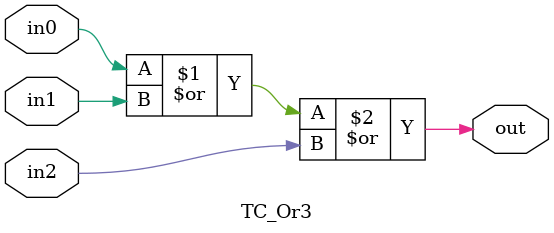
<source format=v>

module TC_Or3(in0, in1, in2, out);
    parameter UUID = 0;
    parameter NAME = "";
    parameter BIT_WIDTH = 1;
    input [BIT_WIDTH-1:0] in0;
    input [BIT_WIDTH-1:0] in1;
    input [BIT_WIDTH-1:0] in2;
    output [BIT_WIDTH-1:0] out;
    
    assign out = in0 | in1 | in2;
endmodule

</source>
